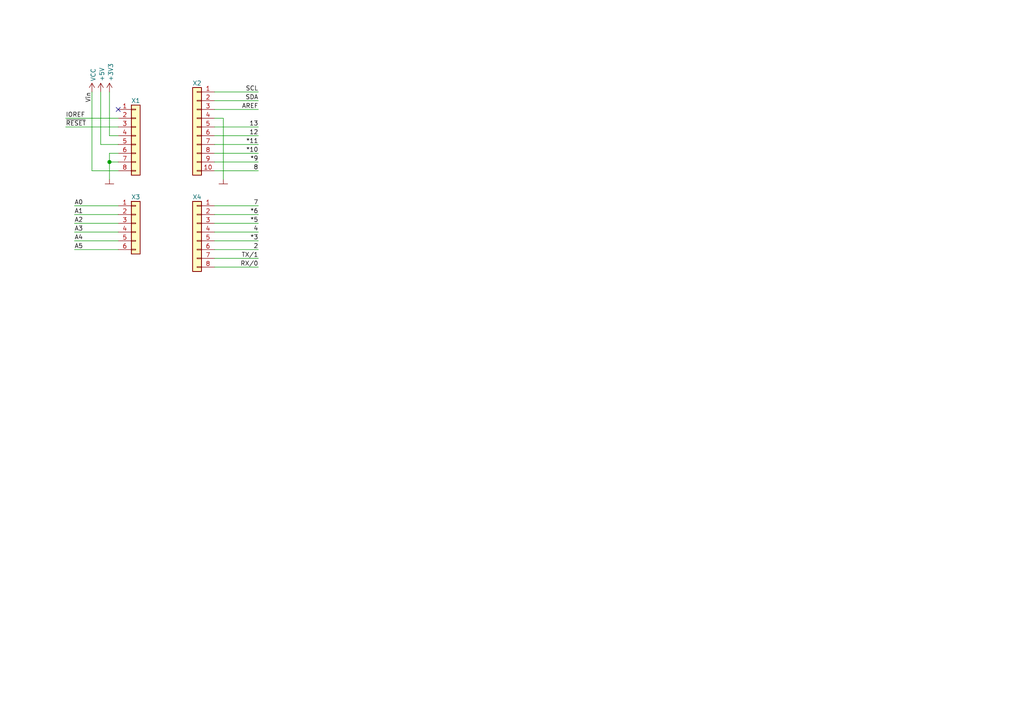
<source format=kicad_sch>
(kicad_sch (version 20211123) (generator eeschema)
  (paper "A4")
  (title_block (date "2022-12-28") (company "Jörg Bischof (DM6RAC)"))
  (lib_symbols
    (symbol "Connector_Generic:Conn_01x06" (pin_names (offset 1.016) hide)
      (property "Reference" "J" (at 0 7.62 0))
      (property "Value" "Conn_01x06" (at 0 -10.16 0))
      (symbol "Conn_01x06_1_1"
        (rectangle (start -1.27 -7.493) (end 0 -7.747) (stroke (width 0.1524)))
        (rectangle (start -1.27 -4.953) (end 0 -5.207) (stroke (width 0.1524)))
        (rectangle (start -1.27 -2.413) (end 0 -2.667) (stroke (width 0.1524)))
        (rectangle (start -1.27 0.127) (end 0 -0.127) (stroke (width 0.1524)))
        (rectangle (start -1.27 2.667) (end 0 2.413) (stroke (width 0.1524)))
        (rectangle (start -1.27 5.207) (end 0 4.953) (stroke (width 0.1524)))
        (rectangle (start -1.27 6.35) (end 1.27 -8.89) (stroke (width 0.254)) (fill (type background)))
        (pin passive line (at -5.08 5.08 0) (length 3.81) (name "Pin_1") (number "1"))
        (pin passive line (at -5.08 2.54 0) (length 3.81) (name "Pin_2") (number "2"))
        (pin passive line (at -5.08 0 0) (length 3.81) (name "Pin_3") (number "3"))
        (pin passive line (at -5.08 -2.54 0) (length 3.81) (name "Pin_4") (number "4"))
        (pin passive line (at -5.08 -5.08 0) (length 3.81) (name "Pin_5") (number "5"))
        (pin passive line (at -5.08 -7.62 0) (length 3.81) (name "Pin_6") (number "6"))
      )
    )
    (symbol "Connector_Generic:Conn_01x08" (pin_names (offset 1.016) hide)
      (property "Reference" "J" (at 0 10.16 0))
      (property "Value" "Conn_01x08" (at 0 -12.7 0))
      (symbol "Conn_01x08_1_1"
        (rectangle (start -1.27 -10.033) (end 0 -10.287) (stroke (width 0.1524)))
        (rectangle (start -1.27 -7.493) (end 0 -7.747) (stroke (width 0.1524)))
        (rectangle (start -1.27 -4.953) (end 0 -5.207) (stroke (width 0.1524)))
        (rectangle (start -1.27 -2.413) (end 0 -2.667) (stroke (width 0.1524)))
        (rectangle (start -1.27 0.127) (end 0 -0.127) (stroke (width 0.1524)))
        (rectangle (start -1.27 2.667) (end 0 2.413) (stroke (width 0.1524)))
        (rectangle (start -1.27 5.207) (end 0 4.953) (stroke (width 0.1524)))
        (rectangle (start -1.27 7.747) (end 0 7.493) (stroke (width 0.1524)))
        (rectangle (start -1.27 8.89) (end 1.27 -11.43) (stroke (width 0.254)) (fill (type background)))
        (pin passive line (at -5.08 7.62 0) (length 3.81) (name "Pin_1") (number "1"))
        (pin passive line (at -5.08 5.08 0) (length 3.81) (name "Pin_2") (number "2"))
        (pin passive line (at -5.08 2.54 0) (length 3.81) (name "Pin_3") (number "3"))
        (pin passive line (at -5.08 0 0) (length 3.81) (name "Pin_4") (number "4"))
        (pin passive line (at -5.08 -2.54 0) (length 3.81) (name "Pin_5") (number "5"))
        (pin passive line (at -5.08 -5.08 0) (length 3.81) (name "Pin_6") (number "6"))
        (pin passive line (at -5.08 -7.62 0) (length 3.81) (name "Pin_7") (number "7"))
        (pin passive line (at -5.08 -10.16 0) (length 3.81) (name "Pin_8") (number "8"))
      )
    )
    (symbol "Connector_Generic:Conn_01x10" (pin_names (offset 1.016) hide)
      (property "Reference" "J" (at 0 12.7 0))
      (property "Value" "Conn_01x10" (at 0 -15.24 0))
      (symbol "Conn_01x10_1_1"
        (rectangle (start -1.27 -12.573) (end 0 -12.827) (stroke (width 0.1524)))
        (rectangle (start -1.27 -10.033) (end 0 -10.287) (stroke (width 0.1524)))
        (rectangle (start -1.27 -7.493) (end 0 -7.747) (stroke (width 0.1524)))
        (rectangle (start -1.27 -4.953) (end 0 -5.207) (stroke (width 0.1524)))
        (rectangle (start -1.27 -2.413) (end 0 -2.667) (stroke (width 0.1524)))
        (rectangle (start -1.27 0.127) (end 0 -0.127) (stroke (width 0.1524)))
        (rectangle (start -1.27 2.667) (end 0 2.413) (stroke (width 0.1524)))
        (rectangle (start -1.27 5.207) (end 0 4.953) (stroke (width 0.1524)))
        (rectangle (start -1.27 7.747) (end 0 7.493) (stroke (width 0.1524)))
        (rectangle (start -1.27 10.287) (end 0 10.033) (stroke (width 0.1524)))
        (rectangle (start -1.27 11.43) (end 1.27 -13.97) (stroke (width 0.254)) (fill (type background)))
        (pin passive line (at -5.08 10.16 0) (length 3.81) (name "Pin_1") (number "1"))
        (pin passive line (at -5.08 -12.7 0) (length 3.81) (name "Pin_10") (number "10"))
        (pin passive line (at -5.08 7.62 0) (length 3.81) (name "Pin_2") (number "2"))
        (pin passive line (at -5.08 5.08 0) (length 3.81) (name "Pin_3") (number "3"))
        (pin passive line (at -5.08 2.54 0) (length 3.81) (name "Pin_4") (number "4"))
        (pin passive line (at -5.08 0 0) (length 3.81) (name "Pin_5") (number "5"))
        (pin passive line (at -5.08 -2.54 0) (length 3.81) (name "Pin_6") (number "6"))
        (pin passive line (at -5.08 -5.08 0) (length 3.81) (name "Pin_7") (number "7"))
        (pin passive line (at -5.08 -7.62 0) (length 3.81) (name "Pin_8") (number "8"))
        (pin passive line (at -5.08 -10.16 0) (length 3.81) (name "Pin_9") (number "9"))
      )
    )
    (symbol "power:+3V3" (power) (pin_names (offset 0))
      (property "Value" "+3V3" (at 0 3.556 0))
      (symbol "+3V3_0_1"
        (polyline (pts (xy -0.762 1.27) (xy 0 2.54)))
        (polyline (pts (xy 0 0) (xy 0 2.54)))
        (polyline (pts (xy 0 2.54) (xy 0.762 1.27)))
      )
      (symbol "+3V3_1_1"
        (pin power_in line (at 0 0 90) (length 0) hide (name "+3V3") (number "1"))
      )
    )
    (symbol "power:+5V" (power) (pin_names (offset 0))
      (property "Value" "+5V" (at 0 3.556 0))
      (symbol "+5V_0_1"
        (polyline (pts (xy -0.762 1.27) (xy 0 2.54)))
        (polyline (pts (xy 0 0) (xy 0 2.54)))
        (polyline (pts (xy 0 2.54) (xy 0.762 1.27)))
      )
      (symbol "+5V_1_1"
        (pin power_in line (at 0 0 90) (length 0) hide (name "+5V") (number "1"))
      )
    )
    (symbol "power:VCC" (power) (pin_names (offset 0))
      (property "Value" "VCC" (at 0 3.81 0))
      (symbol "VCC_0_1"
        (polyline (pts (xy -0.762 1.27) (xy 0 2.54)))
        (polyline (pts (xy 0 0) (xy 0 2.54)))
        (polyline (pts (xy 0 2.54) (xy 0.762 1.27)))
      )
      (symbol "VCC_1_1"
        (pin power_in line (at 0 0 90) (length 0) hide (name "VCC") (number "1"))
      )
    )
    (symbol "power_gnd:GND" (power) (pin_names (offset 0))
      (property "Value" "GND" (at 0 -2.54 0))
      (symbol "GND_0_1"
        (polyline (pts (xy 0 0) (xy 0 -1.27) (xy 1.27 -1.27) (xy -1.27 -1.27)))
      )
      (symbol "GND_1_1"
        (pin power_in line (at 0 0 270) (length 0) hide (name "GND") (number "1"))
      )
    )
  )
  (junction (at 31.75 46.99) (diameter 1.016))
  (no_connect (at 34.29 31.75))
  (wire (pts (xy 62.23 77.47) (xy 74.93 77.47)))
  (wire (pts (xy 62.23 44.45) (xy 74.93 44.45)))
  (wire (pts (xy 62.23 26.67) (xy 74.93 26.67)))
  (wire (pts (xy 31.75 44.45) (xy 31.75 46.99)))
  (wire (pts (xy 21.59 72.39) (xy 34.29 72.39)))
  (wire (pts (xy 31.75 46.99) (xy 31.75 52.07)))
  (wire (pts (xy 31.75 39.37) (xy 34.29 39.37)))
  (wire (pts (xy 29.21 41.91) (xy 34.29 41.91)))
  (wire (pts (xy 29.21 26.67) (xy 29.21 41.91)))
  (wire (pts (xy 62.23 36.83) (xy 74.93 36.83)))
  (wire (pts (xy 31.75 26.67) (xy 31.75 39.37)))
  (wire (pts (xy 62.23 59.69) (xy 74.93 59.69)))
  (wire (pts (xy 34.29 59.69) (xy 21.59 59.69)))
  (wire (pts (xy 62.23 39.37) (xy 74.93 39.37)))
  (wire (pts (xy 62.23 62.23) (xy 74.93 62.23)))
  (wire (pts (xy 62.23 46.99) (xy 74.93 46.99)))
  (wire (pts (xy 62.23 67.31) (xy 74.93 67.31)))
  (wire (pts (xy 19.05 34.29) (xy 34.29 34.29)))
  (wire (pts (xy 64.77 34.29) (xy 64.77 52.07)))
  (wire (pts (xy 62.23 31.75) (xy 74.93 31.75)))
  (wire (pts (xy 34.29 64.77) (xy 21.59 64.77)))
  (wire (pts (xy 19.05 36.83) (xy 34.29 36.83)))
  (wire (pts (xy 34.29 46.99) (xy 31.75 46.99)))
  (wire (pts (xy 34.29 49.53) (xy 26.67 49.53)))
  (wire (pts (xy 21.59 62.23) (xy 34.29 62.23)))
  (wire (pts (xy 62.23 34.29) (xy 64.77 34.29)))
  (wire (pts (xy 34.29 44.45) (xy 31.75 44.45)))
  (wire (pts (xy 62.23 41.91) (xy 74.93 41.91)))
  (wire (pts (xy 62.23 64.77) (xy 74.93 64.77)))
  (wire (pts (xy 21.59 67.31) (xy 34.29 67.31)))
  (wire (pts (xy 62.23 29.21) (xy 74.93 29.21)))
  (wire (pts (xy 62.23 72.39) (xy 74.93 72.39)))
  (wire (pts (xy 62.23 69.85) (xy 74.93 69.85)))
  (wire (pts (xy 62.23 74.93) (xy 74.93 74.93)))
  (wire (pts (xy 26.67 49.53) (xy 26.67 26.67)))
  (wire (pts (xy 34.29 69.85) (xy 21.59 69.85)))
  (wire (pts (xy 62.23 49.53) (xy 74.93 49.53)))
  (label "RX{slash}0" (at 74.93 77.47 180))
  (label "A2" (at 21.59 64.77 0))
  (label "4" (at 74.93 67.31 180))
  (label "2" (at 74.93 72.39 180))
  (label "A3" (at 21.59 67.31 0))
  (label "13" (at 74.93 36.83 180))
  (label "12" (at 74.93 39.37 180))
  (label "~{RESET}" (at 19.05 36.83 0))
  (label "*10" (at 74.93 44.45 180))
  (label "7" (at 74.93 59.69 180))
  (label "SDA" (at 74.93 29.21 180))
  (label "8" (at 74.93 49.53 180))
  (label "*11" (at 74.93 41.91 180))
  (label "*3" (at 74.93 69.85 180))
  (label "A1" (at 21.59 62.23 0))
  (label "TX{slash}1" (at 74.93 74.93 180))
  (label "A0" (at 21.59 59.69 0))
  (label "AREF" (at 74.93 31.75 180))
  (label "Vin" (at 26.67 26.67 270))
  (label "*6" (at 74.93 62.23 180))
  (label "SCL" (at 74.93 26.67 180))
  (label "*9" (at 74.93 46.99 180))
  (label "*5" (at 74.93 64.77 180))
  (label "IOREF" (at 19.05 34.29 0))
  (label "A4" (at 21.59 69.85 0))
  (label "A5" (at 21.59 72.39 0))
  (symbol (lib_id "Connector_Generic:Conn_01x08") (at 39.37 39.37 0) (unit 1)
    (property "Reference" "X1" (at 39.37 29.21 0))
    (property "Value" "Power" (effects hide))
    (property "Footprint" "Connector_PinSocket_2.54mm:PinSocket_1x08_P2.54mm_Vertical" (effects hide))
  )
  (symbol (lib_id "power:+3V3") (at 31.75 26.67 0) (unit 1)
    (property "Reference" "#PWR03" (effects hide))
    (property "Value" "+3.3V" (at 32.131 23.622 90) (effects (justify left)))
  )
  (symbol (lib_id "power:+5V") (at 29.21 26.67 0) (unit 1)
    (property "Reference" "#PWR02" (effects hide))
    (property "Value" "+5V" (at 29.5656 23.622 90) (effects (justify left)))
  )
  (symbol (lib_id "Connector_Generic:Conn_01x10") (at 57.15 36.83 0) (mirror y) (unit 1)
    (property "Reference" "X2" (at 57.15 24.13 0))
    (property "Value" "Digital/PWM" (effects hide))
    (property "Footprint" "Connector_PinSocket_2.54mm:PinSocket_1x10_P2.54mm_Vertical" (effects hide))
  )
  (symbol (lib_id "Connector_Generic:Conn_01x06") (at 39.37 64.77 0) (unit 1)
    (property "Reference" "X3" (at 39.37 57.15 0))
    (property "Value" "Analog" (effects hide))
    (property "Footprint" "Connector_PinSocket_2.54mm:PinSocket_1x06_P2.54mm_Vertical" (effects hide))
  )
  (symbol (lib_id "Connector_Generic:Conn_01x08") (at 57.15 67.31 0) (mirror y) (unit 1)
    (property "Reference" "X4" (at 57.15 57.15 0))
    (property "Value" "Digital/PWM" (effects hide))
    (property "Footprint" "Connector_PinSocket_2.54mm:PinSocket_1x08_P2.54mm_Vertical" (effects hide))
  )
  (symbol (lib_id "power_gnd:GND") (at 31.75 52.07 0) (unit 1)
    (property "Reference" "#PWR04" (effects hide))
    (property "Value" "GND" (effects hide))
  )
  (symbol (lib_id "power_gnd:GND") (at 64.77 52.07 0) (unit 1)
    (property "Reference" "#PWR05" (effects hide))
    (property "Value" "GND" (effects hide))
  )
  (symbol (lib_id "power:VCC") (at 26.67 26.67 0) (unit 1)
    (property "Reference" "#PWR01" (effects hide))
    (property "Value" "VCC" (at 27.051 23.622 90) (effects (justify left)))
  )
)
</source>
